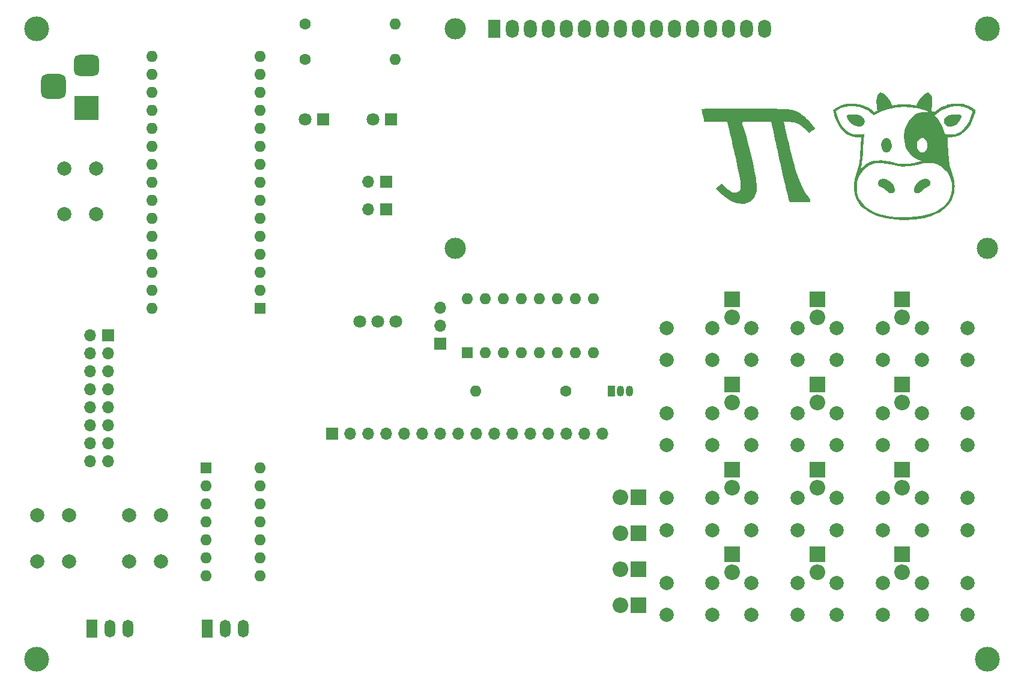
<source format=gbr>
%TF.GenerationSoftware,KiCad,Pcbnew,(6.0.4-0)*%
%TF.CreationDate,2022-08-15T14:03:23-05:00*%
%TF.ProjectId,CowPi-mk3a,436f7750-692d-46d6-9b33-612e6b696361,mk3a*%
%TF.SameCoordinates,PX43d3480PY8c7ecc0*%
%TF.FileFunction,Soldermask,Bot*%
%TF.FilePolarity,Negative*%
%FSLAX46Y46*%
G04 Gerber Fmt 4.6, Leading zero omitted, Abs format (unit mm)*
G04 Created by KiCad (PCBNEW (6.0.4-0)) date 2022-08-15 14:03:23*
%MOMM*%
%LPD*%
G01*
G04 APERTURE LIST*
G04 Aperture macros list*
%AMRoundRect*
0 Rectangle with rounded corners*
0 $1 Rounding radius*
0 $2 $3 $4 $5 $6 $7 $8 $9 X,Y pos of 4 corners*
0 Add a 4 corners polygon primitive as box body*
4,1,4,$2,$3,$4,$5,$6,$7,$8,$9,$2,$3,0*
0 Add four circle primitives for the rounded corners*
1,1,$1+$1,$2,$3*
1,1,$1+$1,$4,$5*
1,1,$1+$1,$6,$7*
1,1,$1+$1,$8,$9*
0 Add four rect primitives between the rounded corners*
20,1,$1+$1,$2,$3,$4,$5,0*
20,1,$1+$1,$4,$5,$6,$7,0*
20,1,$1+$1,$6,$7,$8,$9,0*
20,1,$1+$1,$8,$9,$2,$3,0*%
G04 Aperture macros list end*
%ADD10R,2.200000X2.200000*%
%ADD11O,2.200000X2.200000*%
%ADD12C,3.500000*%
%ADD13C,2.000000*%
%ADD14R,1.600000X1.600000*%
%ADD15O,1.600000X1.600000*%
%ADD16O,1.500000X2.500000*%
%ADD17R,1.500000X2.500000*%
%ADD18C,1.600000*%
%ADD19R,1.800000X1.800000*%
%ADD20C,1.800000*%
%ADD21R,1.700000X1.700000*%
%ADD22O,1.700000X1.700000*%
%ADD23R,1.050000X1.500000*%
%ADD24O,1.050000X1.500000*%
%ADD25R,3.500000X3.500000*%
%ADD26RoundRect,0.750000X-1.000000X0.750000X-1.000000X-0.750000X1.000000X-0.750000X1.000000X0.750000X0*%
%ADD27RoundRect,0.875000X-0.875000X0.875000X-0.875000X-0.875000X0.875000X-0.875000X0.875000X0.875000X0*%
%ADD28C,3.000000*%
%ADD29R,1.800000X2.600000*%
%ADD30O,1.800000X2.600000*%
G04 APERTURE END LIST*
%TO.C,G\u002A\u002A\u002A*%
G36*
X124171410Y78577253D02*
G01*
X124345773Y78432537D01*
X124493782Y78207711D01*
X124578748Y77963493D01*
X124611513Y77677369D01*
X124587118Y77388654D01*
X124509637Y77118795D01*
X124383138Y76889241D01*
X124211693Y76721441D01*
X124187481Y76706008D01*
X123975341Y76628399D01*
X123747714Y76630348D01*
X123533746Y76712253D01*
X123517105Y76723056D01*
X123364563Y76874130D01*
X123240512Y77088774D01*
X123156487Y77341776D01*
X123124020Y77607922D01*
X123128904Y77748296D01*
X123182428Y78030650D01*
X123285928Y78266317D01*
X123428499Y78450525D01*
X123599237Y78578496D01*
X123787238Y78645458D01*
X123981597Y78646635D01*
X124171410Y78577253D01*
G37*
G36*
X133635525Y81964069D02*
G01*
X133958280Y81950117D01*
X134196762Y81919320D01*
X134356579Y81870151D01*
X134443340Y81801088D01*
X134462655Y81710604D01*
X134460744Y81699141D01*
X134428107Y81593621D01*
X134366644Y81439823D01*
X134287805Y81266805D01*
X134192458Y81095649D01*
X133959613Y80799649D01*
X133675083Y80556460D01*
X133355988Y80379378D01*
X133019447Y80281699D01*
X132816016Y80262213D01*
X132533444Y80291351D01*
X132299948Y80396192D01*
X132110663Y80578325D01*
X132068339Y80638787D01*
X131970154Y80866683D01*
X131958144Y81097563D01*
X132028124Y81322105D01*
X132175908Y81530987D01*
X132397311Y81714888D01*
X132688147Y81864484D01*
X132803346Y81906118D01*
X132928586Y81937228D01*
X133074902Y81955532D01*
X133266136Y81963893D01*
X133526131Y81965179D01*
X133635525Y81964069D01*
G37*
G36*
X119513947Y81976884D02*
G01*
X119805564Y81939734D01*
X120038175Y81875744D01*
X120195488Y81806930D01*
X120459861Y81648049D01*
X120641481Y81463200D01*
X120746178Y81245403D01*
X120779781Y80987675D01*
X120778625Y80945227D01*
X120723061Y80705617D01*
X120590601Y80508473D01*
X120390216Y80363568D01*
X120130876Y80280675D01*
X119917155Y80267415D01*
X119604050Y80314454D01*
X119287859Y80431951D01*
X119266271Y80442793D01*
X119005976Y80615371D01*
X118761151Y80848025D01*
X118549793Y81118047D01*
X118389893Y81402726D01*
X118299448Y81679354D01*
X118268096Y81846471D01*
X118626158Y81926132D01*
X118873861Y81966375D01*
X119193366Y81986122D01*
X119513947Y81976884D01*
G37*
G36*
X103456332Y82781018D02*
G01*
X103580874Y82780993D01*
X104374397Y82780395D01*
X105133627Y82779075D01*
X105853255Y82777071D01*
X106527970Y82774423D01*
X107152464Y82771171D01*
X107721425Y82767354D01*
X108229544Y82763011D01*
X108671512Y82758183D01*
X109042019Y82752908D01*
X109335755Y82747226D01*
X109547410Y82741176D01*
X109671674Y82734798D01*
X109908781Y82710990D01*
X110504345Y82606984D01*
X111045362Y82439836D01*
X111547030Y82202854D01*
X112024545Y81889348D01*
X112493107Y81492627D01*
X112551027Y81437304D01*
X112717829Y81270252D01*
X112900873Y81078082D01*
X113090129Y80872315D01*
X113275567Y80664475D01*
X113447157Y80466086D01*
X113594871Y80288670D01*
X113708677Y80143752D01*
X113778547Y80042853D01*
X113794450Y79997498D01*
X113759113Y79966400D01*
X113664279Y79885246D01*
X113527805Y79769531D01*
X113365852Y79632998D01*
X112974003Y79303512D01*
X112564600Y79742611D01*
X112276972Y80030768D01*
X111883501Y80355627D01*
X111487408Y80599939D01*
X111079322Y80770184D01*
X110919252Y80818408D01*
X110747220Y80858138D01*
X110560897Y80885274D01*
X110334152Y80903496D01*
X110040852Y80916487D01*
X109383128Y80939246D01*
X109446521Y80666977D01*
X109447127Y80664372D01*
X109471135Y80561237D01*
X109513706Y80378339D01*
X109572496Y80125748D01*
X109645160Y79813536D01*
X109729356Y79451773D01*
X109822738Y79050531D01*
X109922964Y78619879D01*
X110027689Y78169890D01*
X110116408Y77791493D01*
X110230642Y77311700D01*
X110344671Y76840304D01*
X110455101Y76390972D01*
X110558541Y75977369D01*
X110651596Y75613161D01*
X110730874Y75312013D01*
X110792983Y75087591D01*
X111004678Y74378292D01*
X111259489Y73591771D01*
X111512180Y72888509D01*
X111764971Y72263430D01*
X112020079Y71711452D01*
X112279723Y71227499D01*
X112546121Y70806490D01*
X112821491Y70443347D01*
X112880952Y70367695D01*
X112994606Y70170147D01*
X113066066Y69933493D01*
X113096101Y69790087D01*
X113120409Y69666712D01*
X113130342Y69606009D01*
X113117487Y69601398D01*
X113028165Y69593877D01*
X112863078Y69587895D01*
X112633239Y69583625D01*
X112349664Y69581242D01*
X112023365Y69580921D01*
X111665356Y69582834D01*
X110198741Y69595073D01*
X110090079Y69965876D01*
X110063325Y70058215D01*
X109965549Y70411248D01*
X109856707Y70826983D01*
X109736066Y71308567D01*
X109602893Y71859141D01*
X109456456Y72481852D01*
X109296020Y73179844D01*
X109120854Y73956260D01*
X108930224Y74814246D01*
X108723396Y75756946D01*
X108499638Y76787503D01*
X108495938Y76804619D01*
X108366322Y77404606D01*
X108242486Y77978399D01*
X108125813Y78519559D01*
X108017686Y79021643D01*
X107919489Y79478212D01*
X107832604Y79882824D01*
X107758415Y80229038D01*
X107698304Y80510414D01*
X107653656Y80720509D01*
X107625852Y80852884D01*
X107616277Y80901098D01*
X107593476Y80905070D01*
X107488552Y80910351D01*
X107306918Y80915155D01*
X107057926Y80919359D01*
X106750927Y80922841D01*
X106395273Y80925480D01*
X106000315Y80927152D01*
X105575406Y80927737D01*
X105369542Y80927679D01*
X104904568Y80926927D01*
X104521790Y80925120D01*
X104213659Y80922019D01*
X103972626Y80917390D01*
X103791141Y80910995D01*
X103661656Y80902599D01*
X103576621Y80891964D01*
X103528488Y80878854D01*
X103509706Y80863033D01*
X103508396Y80846400D01*
X103524692Y80751050D01*
X103565138Y80592632D01*
X103625053Y80388544D01*
X103699760Y80156190D01*
X103857814Y79669635D01*
X104093066Y78890905D01*
X104327155Y78049037D01*
X104562016Y77136698D01*
X104799585Y76146555D01*
X105041795Y75071278D01*
X105143204Y74603839D01*
X105247651Y74109173D01*
X105333424Y73683549D01*
X105402435Y73315469D01*
X105456594Y72993434D01*
X105497813Y72705946D01*
X105528003Y72441504D01*
X105549076Y72188610D01*
X105562942Y71935766D01*
X105564754Y71892262D01*
X105572982Y71628317D01*
X105571632Y71426117D01*
X105558800Y71258776D01*
X105532581Y71099407D01*
X105491070Y70921124D01*
X105480926Y70882357D01*
X105415419Y70669290D01*
X105340036Y70469405D01*
X105269135Y70321494D01*
X105216424Y70236341D01*
X104963422Y69921129D01*
X104661870Y69668498D01*
X104325679Y69488404D01*
X103968762Y69390803D01*
X103893657Y69379837D01*
X103741222Y69359193D01*
X103624647Y69349664D01*
X103511936Y69351048D01*
X103371091Y69363142D01*
X103170116Y69385744D01*
X102985798Y69411604D01*
X102531417Y69518361D01*
X102085704Y69688370D01*
X101640500Y69926372D01*
X101187644Y70237106D01*
X100718975Y70625313D01*
X100226334Y71095733D01*
X99812120Y71514648D01*
X100203159Y71881341D01*
X100594197Y72248034D01*
X101092415Y71770678D01*
X101228571Y71642858D01*
X101533951Y71380723D01*
X101806276Y71188051D01*
X102057083Y71058401D01*
X102297908Y70985333D01*
X102540285Y70962409D01*
X102657951Y70966809D01*
X102882173Y71011312D01*
X103053004Y71109165D01*
X103174568Y71267038D01*
X103250987Y71491607D01*
X103286385Y71789542D01*
X103284883Y72167518D01*
X103276303Y72319712D01*
X103252872Y72605769D01*
X103222224Y72885830D01*
X103188749Y73116548D01*
X103183197Y73146189D01*
X103155981Y73279035D01*
X103111018Y73490230D01*
X103050218Y73771192D01*
X102975495Y74113339D01*
X102888761Y74508091D01*
X102791928Y74946865D01*
X102686910Y75421079D01*
X102575618Y75922153D01*
X102459965Y76441503D01*
X102341863Y76970550D01*
X102223225Y77500711D01*
X102105963Y78023404D01*
X101991990Y78530048D01*
X101883217Y79012061D01*
X101781559Y79460861D01*
X101688926Y79867867D01*
X101607231Y80224498D01*
X101538388Y80522171D01*
X101443955Y80927737D01*
X98162569Y80927737D01*
X98138992Y81032025D01*
X98082569Y81283121D01*
X98002758Y81643950D01*
X97932300Y81969322D01*
X97873494Y82248264D01*
X97828642Y82469803D01*
X97800044Y82622965D01*
X97790000Y82696777D01*
X97790443Y82702684D01*
X97796244Y82714713D01*
X97812635Y82725456D01*
X97844444Y82734985D01*
X97896503Y82743371D01*
X97973640Y82750687D01*
X98080687Y82757003D01*
X98222473Y82762393D01*
X98403829Y82766926D01*
X98629584Y82770677D01*
X98904569Y82773715D01*
X99233614Y82776114D01*
X99621549Y82777944D01*
X100073203Y82779279D01*
X100593408Y82780188D01*
X101186994Y82780745D01*
X101858789Y82781021D01*
X102613625Y82781088D01*
X103456332Y82781018D01*
G37*
G36*
X129585036Y72863367D02*
G01*
X129730018Y72821993D01*
X129906911Y72705296D01*
X130013920Y72527921D01*
X130049854Y72291334D01*
X130048803Y72240405D01*
X130027081Y72096788D01*
X129967667Y71978164D01*
X129857954Y71871085D01*
X129685338Y71762104D01*
X129437213Y71637774D01*
X129412910Y71626243D01*
X129187674Y71504413D01*
X129008509Y71369454D01*
X128834658Y71191156D01*
X128691566Y71043554D01*
X128555216Y70930069D01*
X128450766Y70872283D01*
X128385558Y70853735D01*
X128277622Y70831895D01*
X128182695Y70837655D01*
X128049966Y70870829D01*
X127974448Y70897407D01*
X127836020Y70999005D01*
X127757276Y71160654D01*
X127732336Y71392006D01*
X127737531Y71494172D01*
X127813822Y71791425D01*
X127981608Y72082336D01*
X128241445Y72367966D01*
X128270074Y72394089D01*
X128594947Y72639743D01*
X128927118Y72801581D01*
X129259507Y72876992D01*
X129585036Y72863367D01*
G37*
G36*
X123522317Y72868816D02*
G01*
X123831048Y72796728D01*
X124141771Y72653309D01*
X124434104Y72451926D01*
X124687669Y72205946D01*
X124882086Y71928737D01*
X124978962Y71700564D01*
X125025097Y71461573D01*
X125015245Y71241970D01*
X124952339Y71057271D01*
X124839312Y70922993D01*
X124679095Y70854653D01*
X124596706Y70843524D01*
X124429016Y70845728D01*
X124278683Y70895647D01*
X124122987Y71003224D01*
X123939208Y71178400D01*
X123891274Y71227179D01*
X123698781Y71401507D01*
X123500808Y71536576D01*
X123254921Y71662398D01*
X123162589Y71706682D01*
X122935873Y71838802D01*
X122786982Y71974064D01*
X122705327Y72124240D01*
X122680319Y72301098D01*
X122682775Y72348351D01*
X122740152Y72542083D01*
X122857822Y72710421D01*
X123014698Y72820607D01*
X123094879Y72844009D01*
X123260621Y72868160D01*
X123440408Y72874360D01*
X123522317Y72868816D01*
G37*
G36*
X132554497Y77069138D02*
G01*
X132581873Y76701410D01*
X132610019Y76336584D01*
X132637960Y75987459D01*
X132664721Y75666835D01*
X132689328Y75387514D01*
X132710807Y75162295D01*
X132728182Y75003979D01*
X132740481Y74925365D01*
X132745818Y74906299D01*
X132784448Y74776476D01*
X132843193Y74586205D01*
X132915052Y74357964D01*
X132993028Y74114233D01*
X133002857Y74083690D01*
X133175031Y73518215D01*
X133305589Y73019626D01*
X133396941Y72573996D01*
X133451495Y72167400D01*
X133471661Y71785912D01*
X133465421Y71590323D01*
X133459847Y71415605D01*
X133415268Y71029456D01*
X133278643Y70448277D01*
X133061289Y69910897D01*
X132762876Y69416946D01*
X132383075Y68966055D01*
X131921557Y68557854D01*
X131377992Y68191975D01*
X130752050Y67868048D01*
X130043402Y67585703D01*
X129912439Y67542343D01*
X129486856Y67424664D01*
X128997623Y67317735D01*
X128466090Y67225423D01*
X127913609Y67151594D01*
X127361533Y67100113D01*
X126801278Y67074026D01*
X126055340Y67076625D01*
X125293514Y67117112D01*
X124541753Y67193354D01*
X123826013Y67303215D01*
X123172249Y67444563D01*
X122846196Y67537473D01*
X122308654Y67732127D01*
X121787636Y67969936D01*
X121298378Y68242100D01*
X120856113Y68539819D01*
X120476076Y68854294D01*
X120173502Y69176724D01*
X119884756Y69571171D01*
X119645000Y69988324D01*
X119473172Y70415436D01*
X119363738Y70870167D01*
X119311167Y71370177D01*
X119310532Y71657664D01*
X119693084Y71657664D01*
X119695323Y71382093D01*
X119701686Y71165333D01*
X119714701Y70997759D01*
X119736938Y70857199D01*
X119770968Y70721480D01*
X119819362Y70568430D01*
X119993056Y70144428D01*
X120279328Y69663703D01*
X120644491Y69226035D01*
X121086068Y68832842D01*
X121601578Y68485544D01*
X122188544Y68185559D01*
X122844486Y67934308D01*
X123566926Y67733209D01*
X124353385Y67583681D01*
X125201384Y67487143D01*
X125208905Y67486549D01*
X126116981Y67444588D01*
X127032658Y67458669D01*
X127927869Y67527515D01*
X128774545Y67649848D01*
X129450603Y67799583D01*
X130143061Y68015562D01*
X130770410Y68281521D01*
X131329648Y68595221D01*
X131817774Y68954422D01*
X132231786Y69356886D01*
X132568683Y69800374D01*
X132825463Y70282646D01*
X132999126Y70801463D01*
X133024703Y70924997D01*
X133063165Y71237822D01*
X133079554Y71590323D01*
X133073913Y71950061D01*
X133046288Y72284598D01*
X132996723Y72561496D01*
X132931909Y72775555D01*
X132803760Y73102952D01*
X132645695Y73435231D01*
X132473318Y73740380D01*
X132302229Y73986390D01*
X132275068Y74019659D01*
X131924310Y74374465D01*
X131511707Y74675799D01*
X131057418Y74910997D01*
X130581602Y75067394D01*
X130403648Y75101713D01*
X130203286Y75122011D01*
X129962648Y75127891D01*
X129655876Y75120844D01*
X129419576Y75109297D01*
X129209775Y75091378D01*
X129003334Y75063344D01*
X128777103Y75021454D01*
X128507930Y74961967D01*
X128172664Y74881141D01*
X128100949Y74863509D01*
X127784646Y74787982D01*
X127529109Y74732661D01*
X127310477Y74693767D01*
X127104887Y74667517D01*
X126888479Y74650129D01*
X126637390Y74637822D01*
X126342859Y74629626D01*
X126065390Y74632190D01*
X125802375Y74648828D01*
X125533187Y74682122D01*
X125237198Y74734657D01*
X124893781Y74809017D01*
X124482307Y74907786D01*
X123889064Y75035655D01*
X123301811Y75115484D01*
X122770101Y75131672D01*
X122286503Y75082852D01*
X121843591Y74967660D01*
X121433934Y74784731D01*
X121050104Y74532702D01*
X120684673Y74210207D01*
X120445574Y73950890D01*
X120181061Y73587865D01*
X119970802Y73187566D01*
X119799148Y72723722D01*
X119769275Y72623699D01*
X119735065Y72483725D01*
X119712531Y72339147D01*
X119699483Y72167953D01*
X119693731Y71948130D01*
X119693084Y71657664D01*
X119310532Y71657664D01*
X119309924Y71933125D01*
X119311894Y71982852D01*
X119328705Y72274132D01*
X119355936Y72543252D01*
X119397367Y72808336D01*
X119456775Y73087509D01*
X119537942Y73398899D01*
X119644645Y73760629D01*
X119780665Y74190825D01*
X119805801Y74269309D01*
X119883978Y74521593D01*
X119952850Y74755545D01*
X120005726Y74947971D01*
X120035915Y75075672D01*
X120041524Y75111690D01*
X120057374Y75251952D01*
X120077192Y75465345D01*
X120099896Y75738537D01*
X120124403Y76058193D01*
X120149633Y76410982D01*
X120174503Y76783569D01*
X120185449Y76952572D01*
X120209672Y77319123D01*
X120232869Y77660595D01*
X120254086Y77963500D01*
X120272369Y78214349D01*
X120286764Y78399656D01*
X120296317Y78505930D01*
X120322948Y78749270D01*
X119874387Y78749270D01*
X119668185Y78754954D01*
X119167432Y78822939D01*
X118705388Y78970247D01*
X118275727Y79199976D01*
X117872124Y79515230D01*
X117488253Y79919109D01*
X117358960Y80090130D01*
X117180942Y80366393D01*
X116999061Y80686429D01*
X116826593Y81025269D01*
X116676812Y81357944D01*
X116562993Y81659486D01*
X116516981Y81808432D01*
X116459765Y82018851D01*
X116410893Y82225040D01*
X116374904Y82405848D01*
X116371293Y82431962D01*
X116739960Y82431962D01*
X116835333Y82062240D01*
X116875736Y81913141D01*
X117078476Y81320757D01*
X117331275Y80787852D01*
X117630067Y80319361D01*
X117970787Y79920216D01*
X118349371Y79595348D01*
X118761753Y79349691D01*
X119203868Y79188178D01*
X119301320Y79165334D01*
X119494075Y79136391D01*
X119713451Y79127345D01*
X119991825Y79136052D01*
X120136552Y79144675D01*
X120339313Y79160036D01*
X120501022Y79176180D01*
X120595895Y79190773D01*
X120713286Y79219729D01*
X120585023Y77257949D01*
X120550185Y76737990D01*
X120516707Y76273075D01*
X120485254Y75882627D01*
X120454619Y75557357D01*
X120423593Y75287974D01*
X120390968Y75065189D01*
X120355534Y74879711D01*
X120316084Y74722249D01*
X120271409Y74583515D01*
X120220300Y74454217D01*
X120192467Y74388096D01*
X120154604Y74292132D01*
X120144111Y74255287D01*
X120154326Y74263201D01*
X120217696Y74319640D01*
X120325222Y74418322D01*
X120461278Y74544977D01*
X120624400Y74690416D01*
X121055228Y75006069D01*
X121510312Y75240511D01*
X121999589Y75397280D01*
X122532997Y75479914D01*
X123120474Y75491954D01*
X123184874Y75489508D01*
X123404848Y75477711D01*
X123603452Y75459181D01*
X123802820Y75430292D01*
X124025088Y75387417D01*
X124292390Y75326932D01*
X124626861Y75245210D01*
X125530693Y75019997D01*
X126365000Y75020321D01*
X126507157Y75020687D01*
X126764141Y75024359D01*
X126989080Y75034195D01*
X127199301Y75052891D01*
X127412135Y75083140D01*
X127644909Y75127640D01*
X127914953Y75189086D01*
X128239596Y75270172D01*
X128636168Y75373595D01*
X128821569Y75422446D01*
X128473941Y75545657D01*
X128097305Y75704624D01*
X127668921Y75965743D01*
X127284929Y76301548D01*
X127103919Y76498967D01*
X126816093Y76885720D01*
X126601023Y77295402D01*
X126491853Y77625779D01*
X128150507Y77625779D01*
X128156958Y77462133D01*
X128208242Y77185835D01*
X128317159Y76960755D01*
X128491453Y76767394D01*
X128588720Y76690336D01*
X128711236Y76633515D01*
X128857945Y76620812D01*
X128929950Y76623013D01*
X129079451Y76640830D01*
X129190151Y76686558D01*
X129301171Y76773691D01*
X129374462Y76847310D01*
X129507575Y77049612D01*
X129583502Y77299893D01*
X129608268Y77614648D01*
X129606352Y77766805D01*
X129591180Y77936666D01*
X129555034Y78074797D01*
X129490902Y78217203D01*
X129416898Y78344133D01*
X129252256Y78528289D01*
X129058651Y78627187D01*
X128830990Y78644120D01*
X128825658Y78643603D01*
X128596688Y78577315D01*
X128409091Y78434013D01*
X128268464Y78222073D01*
X128180404Y77949869D01*
X128150507Y77625779D01*
X126491853Y77625779D01*
X126453656Y77741372D01*
X126368941Y78236992D01*
X126341825Y78795620D01*
X126347127Y79033985D01*
X126415148Y79648152D01*
X126561584Y80212922D01*
X126786472Y80728392D01*
X127089851Y81194658D01*
X127471760Y81611815D01*
X127669744Y81783510D01*
X127784096Y81860695D01*
X130652409Y81860695D01*
X130669944Y81829745D01*
X130738865Y81749165D01*
X130842170Y81643987D01*
X131050907Y81416064D01*
X131318896Y81044963D01*
X131568189Y80610846D01*
X131789333Y80130622D01*
X131972878Y79621200D01*
X132098412Y79218494D01*
X132327874Y79169284D01*
X132482531Y79144786D01*
X132757183Y79126344D01*
X133053442Y79128469D01*
X133333829Y79150478D01*
X133560863Y79191691D01*
X133691850Y79230967D01*
X134126937Y79422958D01*
X134531346Y79699293D01*
X134901052Y80056263D01*
X135232027Y80490156D01*
X135520246Y80997263D01*
X135531546Y81020556D01*
X135639882Y81263027D01*
X135744406Y81527656D01*
X135838034Y81793214D01*
X135913682Y82038471D01*
X135964265Y82242198D01*
X135982701Y82383165D01*
X135952034Y82456252D01*
X135842319Y82560379D01*
X135663229Y82676963D01*
X135425537Y82799139D01*
X135140018Y82920044D01*
X134666982Y83063132D01*
X134112161Y83144338D01*
X133537871Y83144593D01*
X132955957Y83064795D01*
X132378264Y82905839D01*
X131816636Y82668622D01*
X131707418Y82610485D01*
X131521240Y82501303D01*
X131320849Y82374745D01*
X131234470Y82316968D01*
X131121865Y82241649D01*
X130939908Y82112856D01*
X130790600Y81999207D01*
X130689560Y81911540D01*
X130652409Y81860695D01*
X127784096Y81860695D01*
X128042554Y82035149D01*
X128433706Y82203074D01*
X128858513Y82293039D01*
X129332288Y82310796D01*
X129461481Y82306667D01*
X129629172Y82302831D01*
X129721976Y82305532D01*
X129751330Y82316968D01*
X129728665Y82339338D01*
X129665417Y82374839D01*
X129553823Y82427625D01*
X129327575Y82515272D01*
X129046354Y82609311D01*
X128731665Y82703417D01*
X128405016Y82791265D01*
X128087912Y82866531D01*
X127801861Y82922890D01*
X127798727Y82923421D01*
X127413428Y82974207D01*
X126971737Y83008598D01*
X126503071Y83026042D01*
X126036850Y83025987D01*
X125602492Y83007880D01*
X125229416Y82971169D01*
X124844040Y82909310D01*
X124046224Y82722353D01*
X123304146Y82463235D01*
X122615053Y82131069D01*
X122117700Y81854489D01*
X121900656Y82034405D01*
X121759837Y82147225D01*
X121213468Y82518519D01*
X120638165Y82811042D01*
X120047017Y83017849D01*
X119750589Y83080928D01*
X119352464Y83128498D01*
X118934622Y83146018D01*
X118532395Y83132200D01*
X118181114Y83085759D01*
X117989024Y83037097D01*
X117733727Y82952605D01*
X117466543Y82848005D01*
X117212897Y82734064D01*
X116998213Y82621548D01*
X116847918Y82521223D01*
X116739960Y82431962D01*
X116371293Y82431962D01*
X116356337Y82540125D01*
X116359729Y82606719D01*
X116361781Y82609802D01*
X116429911Y82672544D01*
X116558572Y82764674D01*
X116727571Y82873632D01*
X116916718Y82986856D01*
X117105818Y83091786D01*
X117274679Y83175862D01*
X117593957Y83306359D01*
X117939934Y83407850D01*
X118312830Y83473041D01*
X118744215Y83509091D01*
X118828017Y83512737D01*
X119471739Y83497169D01*
X120080599Y83400350D01*
X120664089Y83219430D01*
X121231700Y82951560D01*
X121792924Y82593890D01*
X122180337Y82315326D01*
X122386002Y82435854D01*
X122493715Y82505594D01*
X122560215Y82575478D01*
X122564681Y82641407D01*
X122538156Y82740306D01*
X122494516Y82994376D01*
X122465433Y83296232D01*
X122451735Y83618157D01*
X122454253Y83932436D01*
X122473814Y84211352D01*
X122511249Y84427190D01*
X122555245Y84577920D01*
X122645901Y84801394D01*
X122752547Y84948091D01*
X122884167Y85028453D01*
X123049748Y85052919D01*
X123228162Y85020358D01*
X123451438Y84909942D01*
X123686382Y84731259D01*
X123922905Y84494552D01*
X124150921Y84210061D01*
X124360342Y83888031D01*
X124541079Y83538702D01*
X124572748Y83470514D01*
X124645107Y83335840D01*
X124702715Y83271116D01*
X124755966Y83263006D01*
X124937474Y83303251D01*
X125224888Y83342070D01*
X125569393Y83370182D01*
X125952345Y83387572D01*
X126355100Y83394222D01*
X126759011Y83390117D01*
X127145436Y83375241D01*
X127495730Y83349578D01*
X127791247Y83313111D01*
X128013344Y83265824D01*
X128058760Y83273862D01*
X128119395Y83347854D01*
X128192544Y83502119D01*
X128334554Y83790703D01*
X128536666Y84115364D01*
X128766460Y84421259D01*
X128999331Y84672689D01*
X129008866Y84681598D01*
X129272087Y84893206D01*
X129509749Y85016157D01*
X129720301Y85051315D01*
X129902192Y84999547D01*
X130053870Y84861717D01*
X130173784Y84638691D01*
X130260383Y84331334D01*
X130312115Y83940511D01*
X130318380Y83792667D01*
X130305774Y83453342D01*
X130261709Y83066100D01*
X130234033Y82870721D01*
X130211631Y82696347D01*
X130198924Y82576552D01*
X130198109Y82529857D01*
X130209373Y82522992D01*
X130280485Y82481492D01*
X130391649Y82417490D01*
X130436731Y82392044D01*
X130534715Y82346596D01*
X130600823Y82346249D01*
X130669751Y82387230D01*
X130709217Y82416144D01*
X131042702Y82647308D01*
X131377161Y82857877D01*
X131689425Y83033909D01*
X131956324Y83161461D01*
X132218621Y83266052D01*
X132507183Y83363679D01*
X132781006Y83430792D01*
X133066791Y83472318D01*
X133391241Y83493188D01*
X133781058Y83498332D01*
X134096721Y83494168D01*
X134401222Y83478418D01*
X134659330Y83446787D01*
X134895835Y83394916D01*
X135135532Y83318442D01*
X135403212Y83213006D01*
X135504509Y83167754D01*
X135708852Y83062595D01*
X135913303Y82942408D01*
X136101245Y82818467D01*
X136256061Y82702045D01*
X136361136Y82604415D01*
X136399854Y82536849D01*
X136387199Y82430776D01*
X136376965Y82383165D01*
X136349167Y82253836D01*
X136292217Y82035037D01*
X136222891Y81797905D01*
X136147733Y81565964D01*
X136073287Y81362742D01*
X135902335Y80960586D01*
X135690987Y80544541D01*
X135461019Y80183547D01*
X135199132Y79857138D01*
X134892026Y79544844D01*
X134722887Y79396096D01*
X134310308Y79107695D01*
X133873465Y78906163D01*
X133403277Y78787892D01*
X132890663Y78749270D01*
X132460073Y78749270D01*
X132460854Y78598631D01*
X132463254Y78503287D01*
X132472169Y78313057D01*
X132486725Y78061726D01*
X132505948Y77762096D01*
X132516030Y77614648D01*
X132528863Y77426967D01*
X132554497Y77069138D01*
G37*
%TD*%
D10*
%TO.C,D13*%
X114100764Y31851962D03*
D11*
X114100764Y29311962D03*
%TD*%
D10*
%TO.C,D10*%
X102078410Y19866052D03*
D11*
X102078410Y17326052D03*
%TD*%
D12*
%TO.C,H2*%
X138081045Y5080000D03*
%TD*%
D13*
%TO.C,SW20*%
X135330000Y23320000D03*
X128830000Y23320000D03*
X135330000Y27820000D03*
X128830000Y27820000D03*
%TD*%
D14*
%TO.C,A1*%
X35560000Y54610000D03*
D15*
X35560000Y57150000D03*
X35560000Y59690000D03*
X35560000Y62230000D03*
X35560000Y64770000D03*
X35560000Y67310000D03*
X35560000Y69850000D03*
X35560000Y72390000D03*
X35560000Y74930000D03*
X35560000Y77470000D03*
X35560000Y80010000D03*
X35560000Y82550000D03*
X35560000Y85090000D03*
X35560000Y87630000D03*
X35560000Y90170000D03*
X20320000Y90170000D03*
X20320000Y87630000D03*
X20320000Y85090000D03*
X20320000Y82550000D03*
X20320000Y80010000D03*
X20320000Y77470000D03*
X20320000Y74930000D03*
X20320000Y72390000D03*
X20320000Y69850000D03*
X20320000Y67310000D03*
X20320000Y64770000D03*
X20320000Y62230000D03*
X20320000Y59690000D03*
X20320000Y57150000D03*
X20320000Y54610000D03*
%TD*%
D16*
%TO.C,SW18*%
X33158583Y9414436D03*
D17*
X28078583Y9414436D03*
D16*
X30618583Y9414436D03*
%TD*%
D10*
%TO.C,D18*%
X126084922Y19855059D03*
D11*
X126084922Y17315059D03*
%TD*%
D10*
%TO.C,D7*%
X102078410Y55890994D03*
D11*
X102078410Y53350994D03*
%TD*%
D18*
%TO.C,R2*%
X41910000Y89720000D03*
D15*
X54610000Y89720000D03*
%TD*%
D12*
%TO.C,H1*%
X4080000Y94064675D03*
%TD*%
D10*
%TO.C,D15*%
X126084922Y55880001D03*
D11*
X126084922Y53340001D03*
%TD*%
D13*
%TO.C,SW1*%
X7909999Y67870000D03*
X7909999Y74370000D03*
X12409999Y67870000D03*
X12409999Y74370000D03*
%TD*%
D10*
%TO.C,D14*%
X114100764Y19868583D03*
D11*
X114100764Y17328583D03*
%TD*%
D14*
%TO.C,U1*%
X27940000Y32121974D03*
D15*
X27940000Y29581974D03*
X27940000Y27041974D03*
X27940000Y24501974D03*
X27940000Y21961974D03*
X27940000Y19421974D03*
X27940000Y16881974D03*
X35560000Y16881974D03*
X35560000Y19421974D03*
X35560000Y21961974D03*
X35560000Y24501974D03*
X35560000Y27041974D03*
X35560000Y29581974D03*
X35560000Y32121974D03*
%TD*%
D13*
%TO.C,SW2*%
X8660000Y25400000D03*
X8660000Y18900000D03*
X4160000Y25400000D03*
X4160000Y18900000D03*
%TD*%
%TO.C,SW4*%
X99330000Y47320000D03*
X92830000Y47320000D03*
X99330000Y51820000D03*
X92830000Y51820000D03*
%TD*%
D14*
%TO.C,U2*%
X64750233Y48365106D03*
D15*
X67290233Y48365106D03*
X69830233Y48365106D03*
X72370233Y48365106D03*
X74910233Y48365106D03*
X77450233Y48365106D03*
X79990233Y48365106D03*
X82530233Y48365106D03*
X82530233Y55985106D03*
X79990233Y55985106D03*
X77450233Y55985106D03*
X74910233Y55985106D03*
X72370233Y55985106D03*
X69830233Y55985106D03*
X67290233Y55985106D03*
X64750233Y55985106D03*
%TD*%
D13*
%TO.C,SW19*%
X135330000Y35320000D03*
X128830000Y35320000D03*
X135330000Y39820000D03*
X128830000Y39820000D03*
%TD*%
D10*
%TO.C,D12*%
X114100764Y43880968D03*
D11*
X114100764Y41340968D03*
%TD*%
D19*
%TO.C,D2*%
X54035000Y81280000D03*
D20*
X51495000Y81280000D03*
%TD*%
D13*
%TO.C,SW12*%
X123330000Y47320000D03*
X116830000Y47320000D03*
X123330000Y51820000D03*
X116830000Y51820000D03*
%TD*%
D21*
%TO.C,J2*%
X14150000Y50800000D03*
D22*
X11610000Y50800000D03*
X14150000Y48260000D03*
X11610000Y48260000D03*
X14150000Y45720000D03*
X11610000Y45720000D03*
X14150000Y43180000D03*
X11610000Y43180000D03*
X14150000Y40640000D03*
X11610000Y40640000D03*
X14150000Y38100000D03*
X11610000Y38100000D03*
X14150000Y35560000D03*
X11610000Y35560000D03*
X14150000Y33020000D03*
X11610000Y33020000D03*
%TD*%
D21*
%TO.C,J7*%
X45685233Y36925106D03*
D22*
X48225233Y36925106D03*
X50765233Y36925106D03*
X53305233Y36925106D03*
X55845233Y36925106D03*
X58385233Y36925106D03*
X60925233Y36925106D03*
X63465233Y36925106D03*
X66005233Y36925106D03*
X68545233Y36925106D03*
X71085233Y36925106D03*
X73625233Y36925106D03*
X76165233Y36925106D03*
X78705233Y36925106D03*
X81245233Y36925106D03*
X83785233Y36925106D03*
%TD*%
D23*
%TO.C,Q1*%
X85080233Y42916644D03*
D24*
X86350233Y42916644D03*
X87620233Y42916644D03*
%TD*%
D10*
%TO.C,D16*%
X126084922Y43867444D03*
D11*
X126084922Y41327444D03*
%TD*%
D21*
%TO.C,JP3*%
X53340000Y72441413D03*
D22*
X50800000Y72441413D03*
%TD*%
D25*
%TO.C,J1*%
X11117500Y82900000D03*
D26*
X11117500Y88900000D03*
D27*
X6417500Y85900000D03*
%TD*%
D13*
%TO.C,SW7*%
X99330000Y11320000D03*
X92830000Y11320000D03*
X99330000Y15820000D03*
X92830000Y15820000D03*
%TD*%
%TO.C,SW10*%
X111330000Y23320000D03*
X104830000Y23320000D03*
X111330000Y27820000D03*
X104830000Y27820000D03*
%TD*%
D10*
%TO.C,D11*%
X114100764Y55893525D03*
D11*
X114100764Y53353525D03*
%TD*%
D10*
%TO.C,D8*%
X102078410Y43878437D03*
D11*
X102078410Y41338437D03*
%TD*%
D19*
%TO.C,D1*%
X44455000Y81280000D03*
D20*
X41915000Y81280000D03*
%TD*%
D13*
%TO.C,SW3*%
X21608716Y25400000D03*
X21608716Y18900000D03*
X17108716Y25400000D03*
X17108716Y18900000D03*
%TD*%
D21*
%TO.C,JP2*%
X53340000Y68611413D03*
D22*
X50800000Y68611413D03*
%TD*%
D13*
%TO.C,SW6*%
X99330000Y23320000D03*
X92830000Y23320000D03*
X99330000Y27820000D03*
X92830000Y27820000D03*
%TD*%
%TO.C,SW21*%
X135330000Y11320000D03*
X128830000Y11320000D03*
X135330000Y15820000D03*
X128830000Y15820000D03*
%TD*%
D18*
%TO.C,R7*%
X78686159Y42899356D03*
D15*
X65986159Y42899356D03*
%TD*%
D10*
%TO.C,D4*%
X88900000Y22860000D03*
D11*
X86360000Y22860000D03*
%TD*%
D10*
%TO.C,D9*%
X102078410Y31849431D03*
D11*
X102078410Y29309431D03*
%TD*%
D28*
%TO.C,DS1*%
X138079480Y63096800D03*
X63080900Y94097500D03*
X63080900Y63096800D03*
D12*
X138080000Y94097500D03*
D29*
X68580000Y94097500D03*
D30*
X71120000Y94097500D03*
X73660000Y94097500D03*
X76200000Y94097500D03*
X78740000Y94097500D03*
X81280000Y94097500D03*
X83820000Y94097500D03*
X86360000Y94097500D03*
X88900000Y94097500D03*
X91440000Y94097500D03*
X93980000Y94097500D03*
X96520000Y94097500D03*
X99060000Y94097500D03*
X101600000Y94097500D03*
X104140000Y94097500D03*
X106680000Y94097500D03*
%TD*%
D13*
%TO.C,SW9*%
X111330000Y35320000D03*
X104830000Y35320000D03*
X111330000Y39820000D03*
X104830000Y39820000D03*
%TD*%
D10*
%TO.C,D5*%
X88900000Y17780000D03*
D11*
X86360000Y17780000D03*
%TD*%
D13*
%TO.C,SW13*%
X123330000Y35320000D03*
X116830000Y35320000D03*
X123330000Y39820000D03*
X116830000Y39820000D03*
%TD*%
%TO.C,SW11*%
X111330000Y11320000D03*
X104830000Y11320000D03*
X111330000Y15820000D03*
X104830000Y15820000D03*
%TD*%
D10*
%TO.C,D6*%
X88900000Y12700000D03*
D11*
X86360000Y12700000D03*
%TD*%
D13*
%TO.C,SW5*%
X99330000Y35320000D03*
X92830000Y35320000D03*
X99330000Y39820000D03*
X92830000Y39820000D03*
%TD*%
D20*
%TO.C,RV1*%
X49577824Y52771726D03*
X52117824Y52771726D03*
X54657824Y52771726D03*
%TD*%
D12*
%TO.C,H3*%
X4080000Y5080000D03*
%TD*%
D13*
%TO.C,SW8*%
X111330000Y47320000D03*
X104830000Y47320000D03*
X111330000Y51820000D03*
X104830000Y51820000D03*
%TD*%
D10*
%TO.C,D3*%
X88900000Y27940000D03*
D11*
X86360000Y27940000D03*
%TD*%
D10*
%TO.C,D17*%
X126084922Y31838438D03*
D11*
X126084922Y29298438D03*
%TD*%
D13*
%TO.C,SW14*%
X123330000Y23320000D03*
X116830000Y23320000D03*
X123330000Y27820000D03*
X116830000Y27820000D03*
%TD*%
D21*
%TO.C,JP5*%
X60950233Y49625106D03*
D22*
X60950233Y52165106D03*
X60950233Y54705106D03*
%TD*%
D16*
%TO.C,SW17*%
X16933583Y9414436D03*
D17*
X11853583Y9414436D03*
D16*
X14393583Y9414436D03*
%TD*%
D13*
%TO.C,SW16*%
X135330000Y47320000D03*
X128830000Y47320000D03*
X135330000Y51820000D03*
X128830000Y51820000D03*
%TD*%
%TO.C,SW15*%
X123330000Y11320000D03*
X116830000Y11320000D03*
X123330000Y15820000D03*
X116830000Y15820000D03*
%TD*%
D18*
%TO.C,R1*%
X41910000Y94720000D03*
D15*
X54610000Y94720000D03*
%TD*%
M02*

</source>
